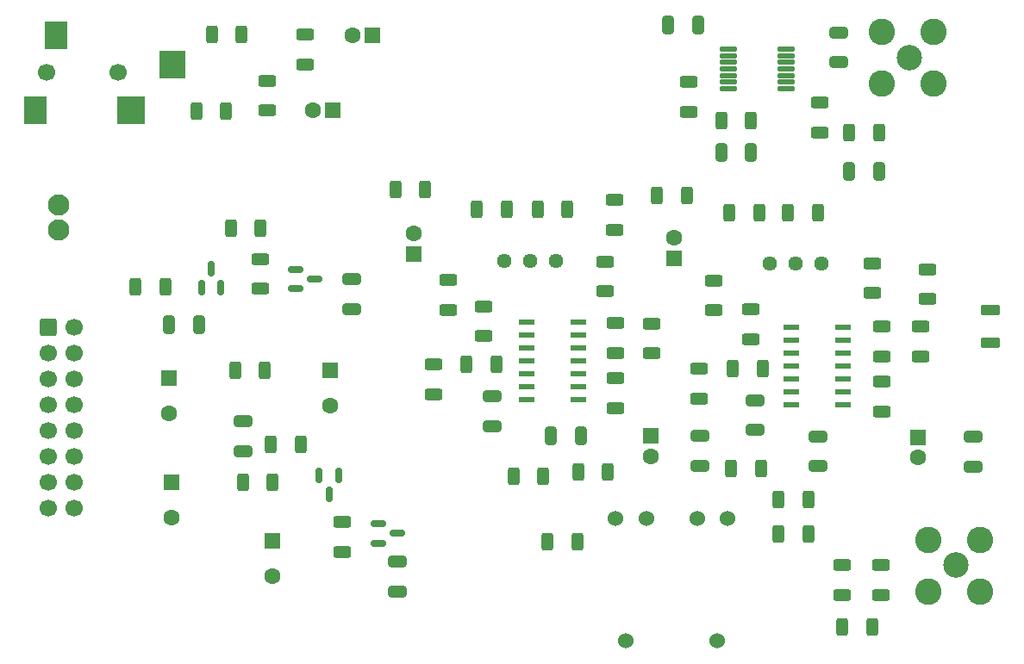
<source format=gts>
G04 #@! TF.GenerationSoftware,KiCad,Pcbnew,6.0.9-8da3e8f707~117~ubuntu20.04.1*
G04 #@! TF.CreationDate,2022-12-08T14:13:37-05:00*
G04 #@! TF.ProjectId,sdt_qse_1496,7364745f-7173-4655-9f31-3439362e6b69,1.0*
G04 #@! TF.SameCoordinates,Original*
G04 #@! TF.FileFunction,Soldermask,Top*
G04 #@! TF.FilePolarity,Negative*
%FSLAX46Y46*%
G04 Gerber Fmt 4.6, Leading zero omitted, Abs format (unit mm)*
G04 Created by KiCad (PCBNEW 6.0.9-8da3e8f707~117~ubuntu20.04.1) date 2022-12-08 14:13:37*
%MOMM*%
%LPD*%
G01*
G04 APERTURE LIST*
G04 Aperture macros list*
%AMRoundRect*
0 Rectangle with rounded corners*
0 $1 Rounding radius*
0 $2 $3 $4 $5 $6 $7 $8 $9 X,Y pos of 4 corners*
0 Add a 4 corners polygon primitive as box body*
4,1,4,$2,$3,$4,$5,$6,$7,$8,$9,$2,$3,0*
0 Add four circle primitives for the rounded corners*
1,1,$1+$1,$2,$3*
1,1,$1+$1,$4,$5*
1,1,$1+$1,$6,$7*
1,1,$1+$1,$8,$9*
0 Add four rect primitives between the rounded corners*
20,1,$1+$1,$2,$3,$4,$5,0*
20,1,$1+$1,$4,$5,$6,$7,0*
20,1,$1+$1,$6,$7,$8,$9,0*
20,1,$1+$1,$8,$9,$2,$3,0*%
G04 Aperture macros list end*
%ADD10RoundRect,0.250000X0.700000X-0.275000X0.700000X0.275000X-0.700000X0.275000X-0.700000X-0.275000X0*%
%ADD11R,1.600200X0.558800*%
%ADD12C,1.700000*%
%ADD13R,2.200000X2.800000*%
%ADD14R,2.800000X2.800000*%
%ADD15R,2.600000X2.800000*%
%ADD16RoundRect,0.250000X-0.600000X-0.600000X0.600000X-0.600000X0.600000X0.600000X-0.600000X0.600000X0*%
%ADD17RoundRect,0.250000X-0.625000X0.312500X-0.625000X-0.312500X0.625000X-0.312500X0.625000X0.312500X0*%
%ADD18RoundRect,0.250000X-0.312500X-0.625000X0.312500X-0.625000X0.312500X0.625000X-0.312500X0.625000X0*%
%ADD19RoundRect,0.020500X-0.764500X-0.184500X0.764500X-0.184500X0.764500X0.184500X-0.764500X0.184500X0*%
%ADD20RoundRect,0.250000X0.625000X-0.312500X0.625000X0.312500X-0.625000X0.312500X-0.625000X-0.312500X0*%
%ADD21RoundRect,0.250000X0.325000X0.650000X-0.325000X0.650000X-0.325000X-0.650000X0.325000X-0.650000X0*%
%ADD22RoundRect,0.250000X0.312500X0.625000X-0.312500X0.625000X-0.312500X-0.625000X0.312500X-0.625000X0*%
%ADD23RoundRect,0.150000X-0.587500X-0.150000X0.587500X-0.150000X0.587500X0.150000X-0.587500X0.150000X0*%
%ADD24C,2.600000*%
%ADD25C,2.500000*%
%ADD26R,1.600000X1.600000*%
%ADD27C,1.600000*%
%ADD28RoundRect,0.150000X0.150000X-0.587500X0.150000X0.587500X-0.150000X0.587500X-0.150000X-0.587500X0*%
%ADD29RoundRect,0.250000X-0.650000X0.325000X-0.650000X-0.325000X0.650000X-0.325000X0.650000X0.325000X0*%
%ADD30RoundRect,0.250000X-0.325000X-0.650000X0.325000X-0.650000X0.325000X0.650000X-0.325000X0.650000X0*%
%ADD31C,1.440000*%
%ADD32RoundRect,0.150000X-0.150000X0.587500X-0.150000X-0.587500X0.150000X-0.587500X0.150000X0.587500X0*%
%ADD33C,1.524000*%
%ADD34RoundRect,0.250000X0.650000X-0.325000X0.650000X0.325000X-0.650000X0.325000X-0.650000X-0.325000X0*%
%ADD35C,2.100000*%
G04 APERTURE END LIST*
D10*
X191500000Y-104025000D03*
X191500000Y-100875000D03*
D11*
X171947300Y-102540000D03*
X171947300Y-103810000D03*
X171947300Y-105080000D03*
X171947300Y-106350000D03*
X171947300Y-107620000D03*
X171947300Y-108890000D03*
X171947300Y-110160000D03*
X177052700Y-110160000D03*
X177052700Y-108890000D03*
X177052700Y-107620000D03*
X177052700Y-106350000D03*
X177052700Y-105080000D03*
X177052700Y-103810000D03*
X177052700Y-102540000D03*
X145947300Y-102065000D03*
X145947300Y-103335000D03*
X145947300Y-104605000D03*
X145947300Y-105875000D03*
X145947300Y-107145000D03*
X145947300Y-108415000D03*
X145947300Y-109685000D03*
X151052700Y-109685000D03*
X151052700Y-108415000D03*
X151052700Y-107145000D03*
X151052700Y-105875000D03*
X151052700Y-104605000D03*
X151052700Y-103335000D03*
X151052700Y-102065000D03*
D12*
X105837500Y-77500000D03*
X98837500Y-77500000D03*
D13*
X97737500Y-81200000D03*
D14*
X107137500Y-81200000D03*
D13*
X99737500Y-73800000D03*
D15*
X111137500Y-76750000D03*
D16*
X99000000Y-102500000D03*
D12*
X101540000Y-102500000D03*
X99000000Y-105040000D03*
X101540000Y-105040000D03*
X99000000Y-107580000D03*
X101540000Y-107580000D03*
X99000000Y-110120000D03*
X101540000Y-110120000D03*
X99000000Y-112660000D03*
X101540000Y-112660000D03*
X99000000Y-115200000D03*
X101540000Y-115200000D03*
X99000000Y-117740000D03*
X101540000Y-117740000D03*
X99000000Y-120280000D03*
X101540000Y-120280000D03*
D17*
X174760000Y-80457500D03*
X174760000Y-83382500D03*
D18*
X148012500Y-123650000D03*
X150937500Y-123650000D03*
D19*
X165755000Y-75175000D03*
X165755000Y-75825000D03*
X165755000Y-76475000D03*
X165755000Y-77125000D03*
X165755000Y-77775000D03*
X165755000Y-78425000D03*
X165755000Y-79075000D03*
X171495000Y-79075000D03*
X171495000Y-78425000D03*
X171495000Y-77775000D03*
X171495000Y-77125000D03*
X171495000Y-76475000D03*
X171495000Y-75825000D03*
X171495000Y-75175000D03*
D20*
X164350000Y-100862500D03*
X164350000Y-97937500D03*
D21*
X162845000Y-72825000D03*
X159895000Y-72825000D03*
D17*
X180850000Y-102462500D03*
X180850000Y-105387500D03*
D22*
X180592500Y-83400000D03*
X177667500Y-83400000D03*
D23*
X131412500Y-121850000D03*
X131412500Y-123750000D03*
X133287500Y-122800000D03*
D18*
X113537500Y-81250000D03*
X116462500Y-81250000D03*
X151012500Y-116750000D03*
X153937500Y-116750000D03*
D24*
X185460000Y-123460000D03*
X190540000Y-128540000D03*
X185460000Y-128540000D03*
X190540000Y-123460000D03*
D25*
X188100000Y-125925000D03*
D17*
X124250000Y-73787500D03*
X124250000Y-76712500D03*
D26*
X121000000Y-123500000D03*
D27*
X121000000Y-127000000D03*
D17*
X136850000Y-106212500D03*
X136850000Y-109137500D03*
D24*
X180885000Y-73535000D03*
X185965000Y-73535000D03*
X185965000Y-78615000D03*
X180885000Y-78615000D03*
D25*
X183525000Y-76000000D03*
D28*
X114050000Y-98637500D03*
X115950000Y-98637500D03*
X115000000Y-96762500D03*
D29*
X142625000Y-109300000D03*
X142625000Y-112250000D03*
D18*
X144662500Y-117225000D03*
X147587500Y-117225000D03*
D17*
X167975000Y-100787500D03*
X167975000Y-103712500D03*
D22*
X144022500Y-90940000D03*
X141097500Y-90940000D03*
X168797500Y-91280000D03*
X165872500Y-91280000D03*
D18*
X118087500Y-117750000D03*
X121012500Y-117750000D03*
X171632500Y-91280000D03*
X174557500Y-91280000D03*
D26*
X110850000Y-107522349D03*
D27*
X110850000Y-111022349D03*
D30*
X177650000Y-87200000D03*
X180600000Y-87200000D03*
D18*
X115037500Y-73750000D03*
X117962500Y-73750000D03*
D26*
X126955113Y-81200000D03*
D27*
X124955113Y-81200000D03*
D18*
X147047500Y-90940000D03*
X149972500Y-90940000D03*
D29*
X133275000Y-125600000D03*
X133275000Y-128550000D03*
D17*
X185350000Y-96837500D03*
X185350000Y-99762500D03*
D20*
X179900000Y-99187500D03*
X179900000Y-96262500D03*
X180850000Y-110837500D03*
X180850000Y-107912500D03*
D22*
X173662500Y-122850000D03*
X170737500Y-122850000D03*
D29*
X189800000Y-113325000D03*
X189800000Y-116275000D03*
D31*
X143750000Y-96050000D03*
X146290000Y-96050000D03*
X148830000Y-96050000D03*
D17*
X161860000Y-78427500D03*
X161860000Y-81352500D03*
D20*
X120500000Y-81212500D03*
X120500000Y-78287500D03*
D17*
X127850000Y-121687500D03*
X127850000Y-124612500D03*
D26*
X126700000Y-106747349D03*
D27*
X126700000Y-110247349D03*
D17*
X141725000Y-100487500D03*
X141725000Y-103412500D03*
D18*
X140087500Y-106200000D03*
X143012500Y-106200000D03*
D22*
X168022500Y-82240000D03*
X165097500Y-82240000D03*
D17*
X154675000Y-102137500D03*
X154675000Y-105062500D03*
D31*
X169825000Y-96250000D03*
X172365000Y-96250000D03*
X174905000Y-96250000D03*
D18*
X158762500Y-89625000D03*
X161687500Y-89625000D03*
D29*
X174575000Y-113250000D03*
X174575000Y-116200000D03*
D26*
X130855113Y-73800000D03*
D27*
X128855113Y-73800000D03*
D23*
X123262500Y-96850000D03*
X123262500Y-98750000D03*
X125137500Y-97800000D03*
D17*
X162925000Y-106612500D03*
X162925000Y-109537500D03*
D22*
X168962500Y-116425000D03*
X166037500Y-116425000D03*
D26*
X184450000Y-113350000D03*
D27*
X184450000Y-115350000D03*
D30*
X148350000Y-113175000D03*
X151300000Y-113175000D03*
D20*
X138300000Y-100837500D03*
X138300000Y-97912500D03*
D26*
X158175000Y-113219888D03*
D27*
X158175000Y-115219888D03*
D26*
X111050000Y-117747349D03*
D27*
X111050000Y-121247349D03*
D26*
X160475000Y-95755113D03*
D27*
X160475000Y-93755113D03*
D20*
X180800000Y-128862500D03*
X180800000Y-125937500D03*
D32*
X127500000Y-117062500D03*
X125600000Y-117062500D03*
X126550000Y-118937500D03*
D33*
X165725000Y-121325000D03*
X162725000Y-121325000D03*
X157725000Y-121325000D03*
X154725000Y-121325000D03*
X164725000Y-133325000D03*
X155725000Y-133325000D03*
D18*
X133062500Y-89025000D03*
X135987500Y-89025000D03*
D26*
X134850000Y-95305112D03*
D27*
X134850000Y-93305112D03*
D34*
X176650000Y-76500000D03*
X176650000Y-73550000D03*
D20*
X154675000Y-110462500D03*
X154675000Y-107537500D03*
D18*
X120837500Y-114050000D03*
X123762500Y-114050000D03*
D30*
X110850000Y-102275000D03*
X113800000Y-102275000D03*
D20*
X177000000Y-128862500D03*
X177000000Y-125937500D03*
X153700000Y-99012500D03*
X153700000Y-96087500D03*
D29*
X128775000Y-97800000D03*
X128775000Y-100750000D03*
X168375000Y-109700000D03*
X168375000Y-112650000D03*
D17*
X154575000Y-90037500D03*
X154575000Y-92962500D03*
D22*
X120262500Y-106800000D03*
X117337500Y-106800000D03*
D20*
X158275000Y-105087500D03*
X158275000Y-102162500D03*
D18*
X107537500Y-98600000D03*
X110462500Y-98600000D03*
D35*
X100000000Y-93000000D03*
X100000000Y-90500000D03*
D18*
X116912500Y-92825000D03*
X119837500Y-92825000D03*
D20*
X184675000Y-105387500D03*
X184675000Y-102462500D03*
D29*
X163025000Y-113200000D03*
X163025000Y-116150000D03*
D17*
X119825000Y-95837500D03*
X119825000Y-98762500D03*
D34*
X118100000Y-114725000D03*
X118100000Y-111775000D03*
D30*
X165075000Y-85350000D03*
X168025000Y-85350000D03*
D22*
X179912500Y-132025000D03*
X176987500Y-132025000D03*
X173662500Y-119500000D03*
X170737500Y-119500000D03*
D18*
X166212500Y-106600000D03*
X169137500Y-106600000D03*
M02*

</source>
